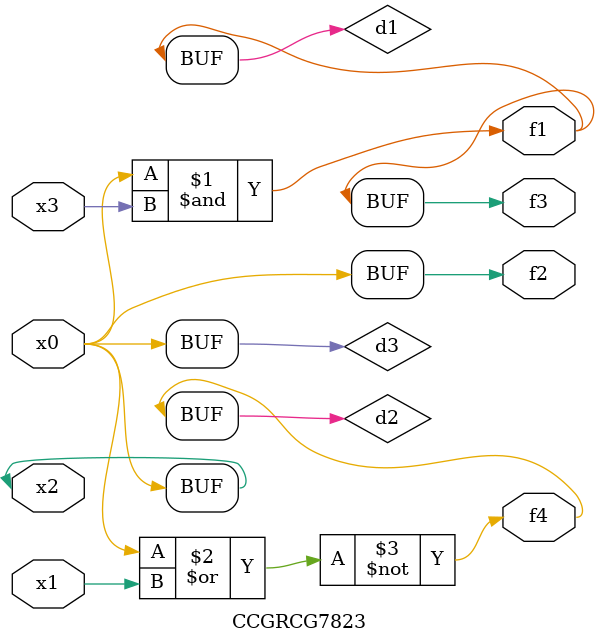
<source format=v>
module CCGRCG7823(
	input x0, x1, x2, x3,
	output f1, f2, f3, f4
);

	wire d1, d2, d3;

	and (d1, x2, x3);
	nor (d2, x0, x1);
	buf (d3, x0, x2);
	assign f1 = d1;
	assign f2 = d3;
	assign f3 = d1;
	assign f4 = d2;
endmodule

</source>
